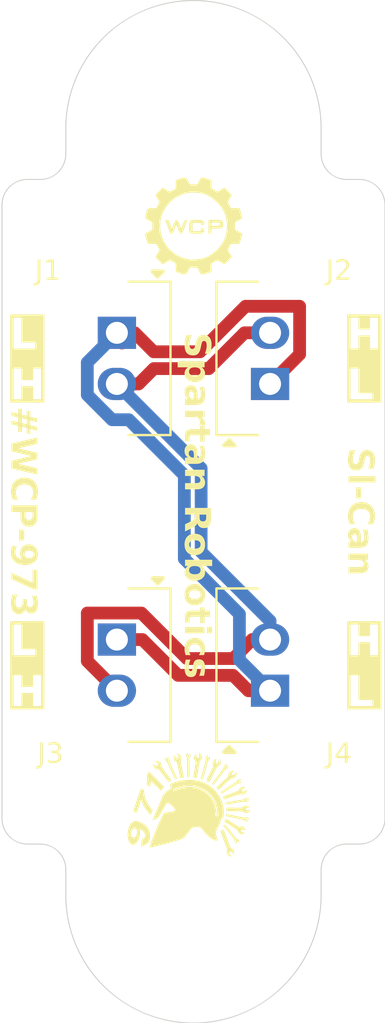
<source format=kicad_pcb>
(kicad_pcb (version 20240108) (generator "pcbnew") (generator_version "8.0")
  (layers (0 "F.Cu" signal) (31 "B.Cu" signal) (34 "B.Paste" user) (35 "F.Paste" user) (36 "B.SilkS" user "B.Silkscreen") (37 "F.SilkS" user "F.Silkscreen") (38 "B.Mask" user) (39 "F.Mask" user) (44 "Edge.Cuts" user))
  (net 0 "")
  (net 1 "/CAN_L")
  (net 2 "/CAN_H")
  (footprint "LOGO" (layer "F.Cu") (at 148.599 73.434)
    (property "Reference" "G***" (hide yes))
    (property "Value" "LOGO" (hide yes))
  )
  (footprint "Sl-Can:70541-0036" (layer "F.Cu") (at 152.4 96.52 90)
    (property "Reference" "J4" (at -3.175 3.429 0) (layer "F.SilkS"))
    (property "Value" "Conn_01x02_Pin" (hide yes))
    (pad "" np_thru_hole circle (at -4.064 0.762 90) (size 3.4036 3.4036) (drill 3.4036) (layers "F&B.Cu" "*.Mask"))
    (pad "" np_thru_hole circle (at 6.604 0.762 90) (size 3.4036 3.4036) (drill 3.4036) (layers "F&B.Cu" "*.Mask"))
    (pad "1" thru_hole rect (at 0 0 90) (size 1.6002 1.905) (drill 1.0922) (layers "*.Cu" "*.Mask") (net 1 "/CAN_L"))
    (pad "2" thru_hole oval (at 2.54 0 90) (size 1.6002 1.905) (drill 1.0922) (layers "*.Cu" "*.Mask") (net 2 "/CAN_H"))
  )
  (footprint "LOGO" (layer "F.Cu") (at 148.521 102.127 -10)
    (property "Reference" "G***" (hide yes))
    (property "Value" "LOGO" (hide yes))
  )
  (footprint "MountingHole:MountingHole_2.1mm" (layer "F.Cu") (at 148.59 106.68)
    (property "Reference" "H1" (hide yes))
    (property "Value" "MountingHole")
    (pad "" np_thru_hole circle (at 0 0) (size 2.1 2.1) (drill 4.0386) (layers "F&B.Cu" "*.Mask"))
  )
  (footprint "Sl-Can:70541-0036" (layer "F.Cu") (at 152.4 81.28 90)
    (property "Reference" "J2" (at 5.588 3.429 0) (layer "F.SilkS"))
    (property "Value" "Conn_01x02_Pin" (hide yes))
    (pad "" np_thru_hole circle (at -4.064 0.762 90) (size 3.4036 3.4036) (drill 3.4036) (layers "F&B.Cu" "*.Mask"))
    (pad "" np_thru_hole circle (at 6.604 0.762 90) (size 3.4036 3.4036) (drill 3.4036) (layers "F&B.Cu" "*.Mask"))
    (pad "1" thru_hole rect (at 0 0 90) (size 1.6002 1.905) (drill 1.0922) (layers "*.Cu" "*.Mask") (net 1 "/CAN_L"))
    (pad "2" thru_hole oval (at 2.54 0 90) (size 1.6002 1.905) (drill 1.0922) (layers "*.Cu" "*.Mask") (net 2 "/CAN_H"))
  )
  (footprint "MountingHole:MountingHole_2.1mm" (layer "F.Cu") (at 148.59 68.58)
    (property "Reference" "H2" (hide yes))
    (property "Value" "MountingHole")
    (pad "" np_thru_hole circle (at 0 0) (size 2.1 2.1) (drill 4.0386) (layers "F&B.Cu" "*.Mask"))
  )
  (footprint "Sl-Can:70541-0036" (layer "F.Cu") (at 144.78 93.98 -90)
    (property "Reference" "J3" (at 5.715 3.302 0) (layer "F.SilkS"))
    (property "Value" "Conn_01x02_Pin" (hide yes))
    (pad "" np_thru_hole circle (at -4.064 0.762 270) (size 3.4036 3.4036) (drill 3.4036) (layers "F&B.Cu" "*.Mask"))
    (pad "" np_thru_hole circle (at 6.604 0.762 270) (size 3.4036 3.4036) (drill 3.4036) (layers "F&B.Cu" "*.Mask"))
    (pad "1" thru_hole rect (at 0 0 270) (size 1.6002 1.905) (drill 1.0922) (layers "*.Cu" "*.Mask") (net 1 "/CAN_L"))
    (pad "2" thru_hole oval (at 2.54 0 270) (size 1.6002 1.905) (drill 1.0922) (layers "*.Cu" "*.Mask") (net 2 "/CAN_H"))
  )
  (footprint "Sl-Can:70541-0036" (layer "F.Cu") (at 144.78 78.74 -90)
    (property "Reference" "J1" (at -3.048 3.429 180) (layer "F.SilkS"))
    (property "Value" "Conn_01x02_Pin" (hide yes))
    (pad "" np_thru_hole circle (at -4.064 0.762 270) (size 3.4036 3.4036) (drill 3.4036) (layers "F&B.Cu" "*.Mask"))
    (pad "" np_thru_hole circle (at 6.604 0.762 270) (size 3.4036 3.4036) (drill 3.4036) (layers "F&B.Cu" "*.Mask"))
    (pad "1" thru_hole rect (at 0 0 270) (size 1.6002 1.905) (drill 1.0922) (layers "*.Cu" "*.Mask") (net 1 "/CAN_L"))
    (pad "2" thru_hole oval (at 2.54 0 270) (size 1.6002 1.905) (drill 1.0922) (layers "*.Cu" "*.Mask") (net 2 "/CAN_H"))
  )
  (gr_arc (start 140.335 104.14) (mid 139.436974 103.768026) (end 139.065 102.87) (stroke (width 0.05)) (layer "Edge.Cuts"))
  (gr_line (start 140.97 71.12) (end 140.335 71.12) (stroke (width 0.05)) (layer "Edge.Cuts"))
  (gr_line (start 140.97 104.14) (end 140.335 104.14) (stroke (width 0.05)) (layer "Edge.Cuts"))
  (gr_arc (start 154.94 105.41) (mid 155.311974 104.511974) (end 156.21 104.14) (stroke (width 0.05)) (layer "Edge.Cuts"))
  (gr_arc (start 142.24 68.58) (mid 148.59 62.23) (end 154.94 68.58) (stroke (width 0.05)) (layer "Edge.Cuts"))
  (gr_line (start 156.21 71.12) (end 156.845 71.12) (stroke (width 0.05)) (layer "Edge.Cuts"))
  (gr_line (start 139.065 72.39) (end 139.065 102.87) (stroke (width 0.05)) (layer "Edge.Cuts"))
  (gr_line (start 154.94 68.58) (end 154.94 69.85) (stroke (width 0.05)) (layer "Edge.Cuts"))
  (gr_arc (start 142.24 69.85) (mid 141.868026 70.748026) (end 140.97 71.12) (stroke (width 0.05)) (layer "Edge.Cuts"))
  (gr_arc (start 139.065 72.39) (mid 139.436974 71.491974) (end 140.335 71.12) (stroke (width 0.05)) (layer "Edge.Cuts"))
  (gr_line (start 156.21 104.14) (end 156.845 104.14) (stroke (width 0.05)) (layer "Edge.Cuts"))
  (gr_line (start 158.115 72.39) (end 158.115 102.87) (stroke (width 0.05)) (layer "Edge.Cuts"))
  (gr_arc (start 156.21 71.12) (mid 155.311974 70.748026) (end 154.94 69.85) (stroke (width 0.05)) (layer "Edge.Cuts"))
  (gr_arc (start 158.115 102.87) (mid 157.743026 103.768026) (end 156.845 104.14) (stroke (width 0.05)) (layer "Edge.Cuts"))
  (gr_line (start 142.24 68.58) (end 142.24 69.85) (stroke (width 0.05)) (layer "Edge.Cuts"))
  (gr_arc (start 140.97 104.14) (mid 141.868026 104.511974) (end 142.24 105.41) (stroke (width 0.05)) (layer "Edge.Cuts"))
  (gr_line (start 154.94 106.68) (end 154.94 105.41) (stroke (width 0.05)) (layer "Edge.Cuts"))
  (gr_arc (start 156.845 71.12) (mid 157.743026 71.491974) (end 158.115 72.39) (stroke (width 0.05)) (layer "Edge.Cuts"))
  (gr_line (start 142.24 106.68) (end 142.24 105.41) (stroke (width 0.05)) (layer "Edge.Cuts"))
  (gr_arc (start 154.94 106.68) (mid 148.59 113.03) (end 142.24 106.68) (stroke (width 0.05)) (layer "Edge.Cuts"))
  (gr_text "H\nL" (at 156.21 82.296 0) (layer "F.SilkS" knockout) (effects (font (size 1.5 1.5) (thickness 0.3) (bold yes)) (justify left bottom)))
  (gr_text "Spartan Robotics " (at 147.955 87.63 270) (layer "F.SilkS") (effects (font (size 1.27 1.27) (thickness 0.2286) (bold yes)) (justify bottom)))
  (gr_text "L\nH\n" (at 139.446 97.536 0) (layer "F.SilkS" knockout) (effects (font (size 1.5 1.5) (thickness 0.3) (bold yes)) (justify left bottom)))
  (gr_text "H\nL" (at 156.21 97.536 0) (layer "F.SilkS" knockout) (effects (font (size 1.5 1.5) (thickness 0.3) (bold yes)) (justify left bottom)))
  (gr_text "Sl-Can" (at 156.083 87.63 270) (layer "F.SilkS") (effects (font (size 1.27 1.27) (thickness 0.2286) (bold yes)) (justify bottom)))
  (gr_text "#WCP-973\n" (at 139.319 87.63 270) (layer "F.SilkS") (effects (font (size 1.27 1.27) (thickness 0.2286) (bold yes)) (justify bottom)))
  (gr_text "L\nH\n" (at 139.446 82.296 0) (layer "F.SilkS" knockout) (effects (font (size 1.5 1.5) (thickness 0.3) (bold yes)) (justify left bottom)))
  (segment (start 151.3205 96.52) (end 150.5585 95.758) (width 0.635) (layer "F.Cu") (net 1))
  (segment (start 146.05 93.98) (end 144.78 93.98) (width 0.635) (layer "F.Cu") (net 1))
  (segment (start 152.4 81.28) (end 153.87 79.81) (width 0.635) (layer "F.Cu") (net 1))
  (segment (start 145.669 78.74) (end 144.78 78.74) (width 0.635) (layer "F.Cu") (net 1))
  (segment (start 144.78 78.994) (end 145.034 79.248) (width 0.635) (layer "F.Cu") (net 1))
  (segment (start 144.78 78.74) (end 144.78 78.994) (width 0.635) (layer "F.Cu") (net 1))
  (segment (start 150.5585 95.758) (end 147.828 95.758) (width 0.635) (layer "F.Cu") (net 1))
  (segment (start 151.1776 77.4224) (end 148.917 79.683) (width 0.635) (layer "F.Cu") (net 1))
  (segment (start 152.4 96.52) (end 151.3205 96.52) (width 0.635) (layer "F.Cu") (net 1))
  (segment (start 153.87 79.81) (end 153.87 77.4224) (width 0.635) (layer "F.Cu") (net 1))
  (segment (start 153.87 77.4224) (end 151.1776 77.4224) (width 0.635) (layer "F.Cu") (net 1))
  (segment (start 148.917 79.683) (end 146.612 79.683) (width 0.635) (layer "F.Cu") (net 1))
  (segment (start 147.828 95.758) (end 146.05 93.98) (width 0.635) (layer "F.Cu") (net 1))
  (segment (start 146.612 79.683) (end 145.669 78.74) (width 0.635) (layer "F.Cu") (net 1))
  (segment (start 144.542232 83.058) (end 145.377132 83.058) (width 0.635) (layer "B.Cu") (net 1))
  (segment (start 148.136 89.97) (end 150.876 92.71) (width 0.635) (layer "B.Cu") (net 1))
  (segment (start 143.31 80.21) (end 143.31 81.825768) (width 0.635) (layer "B.Cu") (net 1))
  (segment (start 148.136 85.816868) (end 148.136 89.97) (width 0.635) (layer "B.Cu") (net 1))
  (segment (start 143.31 81.825768) (end 144.542232 83.058) (width 0.635) (layer "B.Cu") (net 1))
  (segment (start 145.377132 83.058) (end 148.136 85.816868) (width 0.635) (layer "B.Cu") (net 1))
  (segment (start 150.876 94.996) (end 152.4 96.52) (width 0.635) (layer "B.Cu") (net 1))
  (segment (start 144.78 78.74) (end 143.31 80.21) (width 0.635) (layer "B.Cu") (net 1))
  (segment (start 150.876 92.71) (end 150.876 94.996) (width 0.635) (layer "B.Cu") (net 1))
  (segment (start 143.31 92.6624) (end 146.0024 92.6624) (width 0.635) (layer "F.Cu") (net 2))
  (segment (start 146.6215 80.518) (end 149.352 80.518) (width 0.635) (layer "F.Cu") (net 2))
  (segment (start 151.511 93.98) (end 152.4 93.98) (width 0.635) (layer "F.Cu") (net 2))
  (segment (start 150.568 94.923) (end 151.511 93.98) (width 0.635) (layer "F.Cu") (net 2))
  (segment (start 146.0024 92.6624) (end 148.263 94.923) (width 0.635) (layer "F.Cu") (net 2))
  (segment (start 151.13 78.74) (end 152.4 78.74) (width 0.635) (layer "F.Cu") (net 2))
  (segment (start 144.78 81.28) (end 145.8595 81.28) (width 0.635) (layer "F.Cu") (net 2))
  (segment (start 149.352 80.518) (end 151.13 78.74) (width 0.635) (layer "F.Cu") (net 2))
  (segment (start 143.31 95.05) (end 143.31 92.6624) (width 0.635) (layer "F.Cu") (net 2))
  (segment (start 144.78 96.52) (end 143.31 95.05) (width 0.635) (layer "F.Cu") (net 2))
  (segment (start 145.8595 81.28) (end 146.6215 80.518) (width 0.635) (layer "F.Cu") (net 2))
  (segment (start 148.263 94.923) (end 150.568 94.923) (width 0.635) (layer "F.Cu") (net 2))
  (segment (start 144.78 81.28) (end 148.971 85.471) (width 0.635) (layer "B.Cu") (net 2))
  (segment (start 152.4 93.053132) (end 152.4 93.98) (width 0.635) (layer "B.Cu") (net 2))
  (segment (start 148.971 89.624132) (end 152.4 93.053132) (width 0.635) (layer "B.Cu") (net 2))
  (segment (start 148.971 85.471) (end 148.971 89.624132) (width 0.635) (layer "B.Cu") (net 2))
)
</source>
